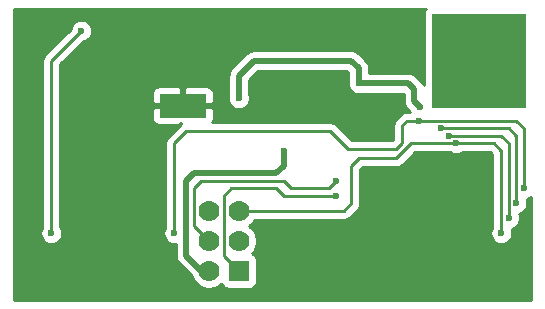
<source format=gbl>
G04 #@! TF.FileFunction,Copper,L2,Bot,Signal*
%FSLAX46Y46*%
G04 Gerber Fmt 4.6, Leading zero omitted, Abs format (unit mm)*
G04 Created by KiCad (PCBNEW 0.201505222246+5678~23~ubuntu14.04.1-product) date dom 24 may 2015 19:31:24 CEST*
%MOMM*%
G01*
G04 APERTURE LIST*
%ADD10C,0.101600*%
%ADD11R,1.778000X1.778000*%
%ADD12C,1.778000*%
%ADD13R,8.001000X8.001000*%
%ADD14R,4.000500X1.998980*%
%ADD15C,0.599440*%
%ADD16C,0.508000*%
%ADD17C,0.254000*%
G04 APERTURE END LIST*
D10*
D11*
X146685000Y-112395000D03*
D12*
X144145000Y-112395000D03*
X146685000Y-109855000D03*
X144145000Y-109855000D03*
X146685000Y-107315000D03*
X144145000Y-107315000D03*
D13*
X167005000Y-94615000D03*
D14*
X141935200Y-98425000D03*
D15*
X162560000Y-111125000D03*
X153670000Y-114300000D03*
X136652000Y-102108000D03*
X156845000Y-100965000D03*
X158115000Y-100965000D03*
X150495000Y-102235000D03*
X162052000Y-98552000D03*
X146685000Y-97790000D03*
X156845000Y-96520000D03*
X154940000Y-106045000D03*
X154940000Y-104775000D03*
X165100000Y-101600000D03*
X168910000Y-109220000D03*
X133350000Y-92075000D03*
X130810000Y-109220000D03*
X169545000Y-107950000D03*
X164465000Y-100965000D03*
X170180000Y-106680000D03*
X163830000Y-100330000D03*
X141224000Y-109220000D03*
X161925000Y-99695000D03*
X170815000Y-105410000D03*
D16*
X144145000Y-112395000D02*
X143510000Y-112395000D01*
X143510000Y-112395000D02*
X142240000Y-111125000D01*
X150495000Y-103505000D02*
X150495000Y-102235000D01*
X149860000Y-104140000D02*
X150495000Y-103505000D01*
X142875000Y-104140000D02*
X149860000Y-104140000D01*
X142240000Y-104775000D02*
X142875000Y-104140000D01*
X142240000Y-111125000D02*
X142240000Y-104775000D01*
X161036000Y-96520000D02*
X156845000Y-96520000D01*
X161544000Y-97028000D02*
X161036000Y-96520000D01*
X161544000Y-98044000D02*
X161544000Y-97028000D01*
X162052000Y-98552000D02*
X161544000Y-98044000D01*
X146685000Y-95885000D02*
X146685000Y-97790000D01*
X147955000Y-94615000D02*
X146685000Y-95885000D01*
X156210000Y-94615000D02*
X147955000Y-94615000D01*
X156845000Y-95250000D02*
X156210000Y-94615000D01*
X156845000Y-96520000D02*
X156845000Y-95250000D01*
D17*
X146685000Y-112395000D02*
X145415000Y-111125000D01*
X150495000Y-106045000D02*
X154940000Y-106045000D01*
X149860000Y-105410000D02*
X150495000Y-106045000D01*
X146050000Y-105410000D02*
X149860000Y-105410000D01*
X145415000Y-106045000D02*
X146050000Y-105410000D01*
X145415000Y-106680000D02*
X145415000Y-106045000D01*
X145415000Y-111125000D02*
X145415000Y-106680000D01*
X144145000Y-109855000D02*
X142875000Y-108585000D01*
X154305000Y-105410000D02*
X154940000Y-104775000D01*
X151130000Y-105410000D02*
X154305000Y-105410000D01*
X150495000Y-104775000D02*
X151130000Y-105410000D01*
X143510000Y-104775000D02*
X150495000Y-104775000D01*
X142875000Y-105410000D02*
X143510000Y-104775000D01*
X142875000Y-108585000D02*
X142875000Y-105410000D01*
X146685000Y-107315000D02*
X155575000Y-107315000D01*
X161290000Y-101600000D02*
X165100000Y-101600000D01*
X160020000Y-102870000D02*
X161290000Y-101600000D01*
X156845000Y-102870000D02*
X160020000Y-102870000D01*
X156210000Y-103505000D02*
X156845000Y-102870000D01*
X156210000Y-106680000D02*
X156210000Y-103505000D01*
X155575000Y-107315000D02*
X156210000Y-106680000D01*
X146685000Y-107315000D02*
X147320000Y-107315000D01*
X165100000Y-101600000D02*
X168275000Y-101600000D01*
X168275000Y-101600000D02*
X168910000Y-102235000D01*
X168910000Y-102235000D02*
X168910000Y-109220000D01*
X130810000Y-94615000D02*
X133350000Y-92075000D01*
X130810000Y-95885000D02*
X130810000Y-94615000D01*
X130810000Y-109220000D02*
X130810000Y-95885000D01*
X169545000Y-101600000D02*
X169545000Y-107950000D01*
X168910000Y-100965000D02*
X169545000Y-101600000D01*
X164465000Y-100965000D02*
X168910000Y-100965000D01*
X170180000Y-100965000D02*
X170180000Y-106680000D01*
X169545000Y-100330000D02*
X170180000Y-100965000D01*
X163830000Y-100330000D02*
X169545000Y-100330000D01*
X160909000Y-99695000D02*
X161925000Y-99695000D01*
X160528000Y-100076000D02*
X160909000Y-99695000D01*
X160528000Y-101600000D02*
X160528000Y-100076000D01*
X160020000Y-102108000D02*
X160528000Y-101600000D01*
X155956000Y-102108000D02*
X160020000Y-102108000D01*
X154432000Y-100584000D02*
X155956000Y-102108000D01*
X142240000Y-100584000D02*
X154432000Y-100584000D01*
X141224000Y-101600000D02*
X142240000Y-100584000D01*
X141224000Y-109220000D02*
X141224000Y-101600000D01*
X170180000Y-99695000D02*
X161925000Y-99695000D01*
X170815000Y-100330000D02*
X170180000Y-99695000D01*
X170815000Y-105410000D02*
X170815000Y-100330000D01*
X144130857Y-107121252D02*
X144130857Y-107121252D01*
X144159142Y-107121252D02*
X144159142Y-107121252D01*
X143955943Y-107324452D02*
X144334057Y-107324452D01*
X127685000Y-90220000D02*
X162510691Y-90220000D01*
X127685000Y-90423200D02*
X162397836Y-90423200D01*
X127685000Y-90626400D02*
X162366428Y-90626400D01*
X127685000Y-90829600D02*
X162366428Y-90829600D01*
X127685000Y-91032800D02*
X162366428Y-91032800D01*
X127685000Y-91236000D02*
X132931284Y-91236000D01*
X133766286Y-91236000D02*
X162366428Y-91236000D01*
X127685000Y-91439200D02*
X132663242Y-91439200D01*
X134035983Y-91439200D02*
X162366428Y-91439200D01*
X127685000Y-91642400D02*
X132518412Y-91642400D01*
X134182742Y-91642400D02*
X162366428Y-91642400D01*
X127685000Y-91845600D02*
X132443116Y-91845600D01*
X134257486Y-91845600D02*
X162366428Y-91845600D01*
X127685000Y-92048800D02*
X132298568Y-92048800D01*
X134283847Y-92048800D02*
X134284760Y-92048800D01*
X134284760Y-92048800D02*
X162366428Y-92048800D01*
X127685000Y-92252000D02*
X132095368Y-92252000D01*
X134268369Y-92252000D02*
X134284760Y-92252000D01*
X134284760Y-92252000D02*
X162366428Y-92252000D01*
X127685000Y-92455200D02*
X131892168Y-92455200D01*
X134203947Y-92455200D02*
X134284760Y-92455200D01*
X134284760Y-92455200D02*
X162366428Y-92455200D01*
X127685000Y-92658400D02*
X131688968Y-92658400D01*
X134082392Y-92658400D02*
X134284760Y-92658400D01*
X134284760Y-92658400D02*
X162366428Y-92658400D01*
X127685000Y-92861600D02*
X131485768Y-92861600D01*
X133855038Y-92861600D02*
X134284760Y-92861600D01*
X134284760Y-92861600D02*
X162366428Y-92861600D01*
X127685000Y-93064800D02*
X131282569Y-93064800D01*
X133437830Y-93064800D02*
X134284760Y-93064800D01*
X134284760Y-93064800D02*
X162366428Y-93064800D01*
X127685000Y-93268000D02*
X131079369Y-93268000D01*
X133234630Y-93268000D02*
X134284760Y-93268000D01*
X134284760Y-93268000D02*
X162366428Y-93268000D01*
X127685000Y-93471200D02*
X130876169Y-93471200D01*
X133031430Y-93471200D02*
X134284760Y-93471200D01*
X134284760Y-93471200D02*
X162366428Y-93471200D01*
X127685000Y-93674400D02*
X130672969Y-93674400D01*
X132828230Y-93674400D02*
X134284760Y-93674400D01*
X134284760Y-93674400D02*
X162366428Y-93674400D01*
X127685000Y-93877600D02*
X130469769Y-93877600D01*
X132625030Y-93877600D02*
X134284760Y-93877600D01*
X134284760Y-93877600D02*
X147459274Y-93877600D01*
X156706184Y-93877600D02*
X162366428Y-93877600D01*
X127685000Y-94080800D02*
X130267394Y-94080800D01*
X132421830Y-94080800D02*
X134284760Y-94080800D01*
X134284760Y-94080800D02*
X147231964Y-94080800D01*
X156933036Y-94080800D02*
X162366428Y-94080800D01*
X127685000Y-94284000D02*
X130126560Y-94284000D01*
X132218630Y-94284000D02*
X134284760Y-94284000D01*
X134284760Y-94284000D02*
X147028764Y-94284000D01*
X157136236Y-94284000D02*
X162366428Y-94284000D01*
X127685000Y-94487200D02*
X130060716Y-94487200D01*
X132015430Y-94487200D02*
X134284760Y-94487200D01*
X134284760Y-94487200D02*
X146825564Y-94487200D01*
X157339436Y-94487200D02*
X162366428Y-94487200D01*
X127685000Y-94690400D02*
X130048000Y-94690400D01*
X131812230Y-94690400D02*
X134284760Y-94690400D01*
X134284760Y-94690400D02*
X146622364Y-94690400D01*
X157530374Y-94690400D02*
X162366428Y-94690400D01*
X127685000Y-94893600D02*
X130048000Y-94893600D01*
X131609030Y-94893600D02*
X134284760Y-94893600D01*
X134284760Y-94893600D02*
X146419164Y-94893600D01*
X157657548Y-94893600D02*
X162366428Y-94893600D01*
X127685000Y-95096800D02*
X130048000Y-95096800D01*
X131572000Y-95096800D02*
X134284760Y-95096800D01*
X134284760Y-95096800D02*
X146215964Y-95096800D01*
X157719733Y-95096800D02*
X162366428Y-95096800D01*
X127685000Y-95300000D02*
X130048000Y-95300000D01*
X131572000Y-95300000D02*
X134284760Y-95300000D01*
X134284760Y-95300000D02*
X146020553Y-95300000D01*
X157734000Y-95300000D02*
X162366428Y-95300000D01*
X127685000Y-95503200D02*
X130048000Y-95503200D01*
X131572000Y-95503200D02*
X134284760Y-95503200D01*
X134284760Y-95503200D02*
X145885253Y-95503200D01*
X157734000Y-95503200D02*
X162366428Y-95503200D01*
X127685000Y-95706400D02*
X130048000Y-95706400D01*
X131572000Y-95706400D02*
X134284760Y-95706400D01*
X134284760Y-95706400D02*
X145814420Y-95706400D01*
X148120836Y-95706400D02*
X155956000Y-95706400D01*
X161392600Y-95706400D02*
X162366428Y-95706400D01*
X127685000Y-95909600D02*
X130048000Y-95909600D01*
X131572000Y-95909600D02*
X134284760Y-95909600D01*
X134284760Y-95909600D02*
X145796000Y-95909600D01*
X147917636Y-95909600D02*
X155956000Y-95909600D01*
X161682836Y-95909600D02*
X162366428Y-95909600D01*
X127685000Y-96112800D02*
X130048000Y-96112800D01*
X131572000Y-96112800D02*
X134284760Y-96112800D01*
X134284760Y-96112800D02*
X145796000Y-96112800D01*
X147714436Y-96112800D02*
X155956000Y-96112800D01*
X161886036Y-96112800D02*
X162366428Y-96112800D01*
X127685000Y-96316000D02*
X130048000Y-96316000D01*
X131572000Y-96316000D02*
X134284760Y-96316000D01*
X134284760Y-96316000D02*
X145796000Y-96316000D01*
X147574000Y-96316000D02*
X155932717Y-96316000D01*
X162089236Y-96316000D02*
X162366428Y-96316000D01*
X127685000Y-96519200D02*
X130048000Y-96519200D01*
X131572000Y-96519200D02*
X134284760Y-96519200D01*
X134284760Y-96519200D02*
X145796000Y-96519200D01*
X147574000Y-96519200D02*
X155910159Y-96519200D01*
X162270736Y-96519200D02*
X162366428Y-96519200D01*
X127685000Y-96722400D02*
X130048000Y-96722400D01*
X131572000Y-96722400D02*
X134284760Y-96722400D01*
X134284760Y-96722400D02*
X145796000Y-96722400D01*
X147574000Y-96722400D02*
X155931774Y-96722400D01*
X127685000Y-96925600D02*
X130048000Y-96925600D01*
X131572000Y-96925600D02*
X134284760Y-96925600D01*
X134284760Y-96925600D02*
X139540147Y-96925600D01*
X141784540Y-96925600D02*
X142085860Y-96925600D01*
X144330252Y-96925600D02*
X145796000Y-96925600D01*
X147574000Y-96925600D02*
X156000229Y-96925600D01*
X127685000Y-97128800D02*
X130048000Y-97128800D01*
X131572000Y-97128800D02*
X134284760Y-97128800D01*
X134284760Y-97128800D02*
X139370532Y-97128800D01*
X141808200Y-97128800D02*
X142062200Y-97128800D01*
X144499867Y-97128800D02*
X145796000Y-97128800D01*
X147574000Y-97128800D02*
X156133441Y-97128800D01*
X127685000Y-97332000D02*
X130048000Y-97332000D01*
X131572000Y-97332000D02*
X134284760Y-97332000D01*
X134284760Y-97332000D02*
X139306109Y-97332000D01*
X141808200Y-97332000D02*
X142062200Y-97332000D01*
X144564290Y-97332000D02*
X145796000Y-97332000D01*
X147574000Y-97332000D02*
X156375435Y-97332000D01*
X127685000Y-97535200D02*
X130048000Y-97535200D01*
X131572000Y-97535200D02*
X134284760Y-97535200D01*
X134284760Y-97535200D02*
X139299950Y-97535200D01*
X141808200Y-97535200D02*
X142062200Y-97535200D01*
X144570450Y-97535200D02*
X145783515Y-97535200D01*
X147587456Y-97535200D02*
X160655000Y-97535200D01*
X127685000Y-97738400D02*
X130048000Y-97738400D01*
X131572000Y-97738400D02*
X134284760Y-97738400D01*
X134284760Y-97738400D02*
X139299950Y-97738400D01*
X141808200Y-97738400D02*
X142062200Y-97738400D01*
X144570450Y-97738400D02*
X145750868Y-97738400D01*
X147619201Y-97738400D02*
X160655000Y-97738400D01*
X127685000Y-97941600D02*
X130048000Y-97941600D01*
X131572000Y-97941600D02*
X134284760Y-97941600D01*
X134284760Y-97941600D02*
X139299950Y-97941600D01*
X141808200Y-97941600D02*
X142062200Y-97941600D01*
X144570450Y-97941600D02*
X145762451Y-97941600D01*
X147609140Y-97941600D02*
X160655000Y-97941600D01*
X127685000Y-98144800D02*
X130048000Y-98144800D01*
X131572000Y-98144800D02*
X134284760Y-98144800D01*
X134284760Y-98144800D02*
X139305500Y-98144800D01*
X141808200Y-98144800D02*
X142062200Y-98144800D01*
X144564900Y-98144800D02*
X144570450Y-98144800D01*
X144570450Y-98144800D02*
X145820116Y-98144800D01*
X147550256Y-98144800D02*
X160664682Y-98144800D01*
X127685000Y-98348000D02*
X130048000Y-98348000D01*
X131572000Y-98348000D02*
X134284760Y-98348000D01*
X134284760Y-98348000D02*
X141808200Y-98348000D01*
X141808200Y-98348000D02*
X144570450Y-98348000D01*
X144570450Y-98348000D02*
X145932547Y-98348000D01*
X147435309Y-98348000D02*
X160710981Y-98348000D01*
X127685000Y-98551200D02*
X130048000Y-98551200D01*
X131572000Y-98551200D02*
X134284760Y-98551200D01*
X134284760Y-98551200D02*
X141808200Y-98551200D01*
X141808200Y-98551200D02*
X144570450Y-98551200D01*
X144570450Y-98551200D02*
X146142343Y-98551200D01*
X147230062Y-98551200D02*
X160815959Y-98551200D01*
X127685000Y-98754400D02*
X130048000Y-98754400D01*
X131572000Y-98754400D02*
X134284760Y-98754400D01*
X134284760Y-98754400D02*
X139299950Y-98754400D01*
X144570450Y-98754400D02*
X160997164Y-98754400D01*
X127685000Y-98957600D02*
X130048000Y-98957600D01*
X131572000Y-98957600D02*
X134284760Y-98957600D01*
X134284760Y-98957600D02*
X139299950Y-98957600D01*
X144570450Y-98957600D02*
X160727578Y-98957600D01*
X127685000Y-99160800D02*
X130048000Y-99160800D01*
X131572000Y-99160800D02*
X134284760Y-99160800D01*
X134284760Y-99160800D02*
X139299950Y-99160800D01*
X144570450Y-99160800D02*
X160365569Y-99160800D01*
X127685000Y-99364000D02*
X130048000Y-99364000D01*
X131572000Y-99364000D02*
X134284760Y-99364000D01*
X134284760Y-99364000D02*
X139299950Y-99364000D01*
X144570450Y-99364000D02*
X160162369Y-99364000D01*
X127685000Y-99567200D02*
X130048000Y-99567200D01*
X131572000Y-99567200D02*
X134284760Y-99567200D01*
X134284760Y-99567200D02*
X139315897Y-99567200D01*
X144554504Y-99567200D02*
X159964529Y-99567200D01*
X127685000Y-99770400D02*
X130048000Y-99770400D01*
X131572000Y-99770400D02*
X134284760Y-99770400D01*
X134284760Y-99770400D02*
X139402372Y-99770400D01*
X144468029Y-99770400D02*
X159830596Y-99770400D01*
X127685000Y-99973600D02*
X130048000Y-99973600D01*
X131572000Y-99973600D02*
X134284760Y-99973600D01*
X134284760Y-99973600D02*
X139613782Y-99973600D01*
X141735340Y-99973600D02*
X141788536Y-99973600D01*
X154884357Y-99973600D02*
X159776135Y-99973600D01*
X127685000Y-100176800D02*
X130048000Y-100176800D01*
X131572000Y-100176800D02*
X134284760Y-100176800D01*
X134284760Y-100176800D02*
X141569570Y-100176800D01*
X155102430Y-100176800D02*
X159766000Y-100176800D01*
X127685000Y-100380000D02*
X130048000Y-100380000D01*
X131572000Y-100380000D02*
X134284760Y-100380000D01*
X134284760Y-100380000D02*
X141366370Y-100380000D01*
X155305630Y-100380000D02*
X159766000Y-100380000D01*
X127685000Y-100583200D02*
X130048000Y-100583200D01*
X131572000Y-100583200D02*
X134284760Y-100583200D01*
X134284760Y-100583200D02*
X141163170Y-100583200D01*
X155508830Y-100583200D02*
X159766000Y-100583200D01*
X127685000Y-100786400D02*
X130048000Y-100786400D01*
X131572000Y-100786400D02*
X134284760Y-100786400D01*
X134284760Y-100786400D02*
X140959970Y-100786400D01*
X155712030Y-100786400D02*
X159766000Y-100786400D01*
X127685000Y-100989600D02*
X130048000Y-100989600D01*
X131572000Y-100989600D02*
X134284760Y-100989600D01*
X134284760Y-100989600D02*
X140756770Y-100989600D01*
X155915230Y-100989600D02*
X159766000Y-100989600D01*
X127685000Y-101192800D02*
X130048000Y-101192800D01*
X131572000Y-101192800D02*
X134284760Y-101192800D01*
X134284760Y-101192800D02*
X140581836Y-101192800D01*
X156118430Y-101192800D02*
X159766000Y-101192800D01*
X127685000Y-101396000D02*
X130048000Y-101396000D01*
X131572000Y-101396000D02*
X134284760Y-101396000D01*
X134284760Y-101396000D02*
X140493107Y-101396000D01*
X127685000Y-101599200D02*
X130048000Y-101599200D01*
X131572000Y-101599200D02*
X134284760Y-101599200D01*
X134284760Y-101599200D02*
X140462005Y-101599200D01*
X127685000Y-101802400D02*
X130048000Y-101802400D01*
X131572000Y-101802400D02*
X134284760Y-101802400D01*
X134284760Y-101802400D02*
X140462000Y-101802400D01*
X127685000Y-102005600D02*
X130048000Y-102005600D01*
X131572000Y-102005600D02*
X134284760Y-102005600D01*
X134284760Y-102005600D02*
X140462000Y-102005600D01*
X127685000Y-102208800D02*
X130048000Y-102208800D01*
X131572000Y-102208800D02*
X134284760Y-102208800D01*
X134284760Y-102208800D02*
X140462000Y-102208800D01*
X127685000Y-102412000D02*
X130048000Y-102412000D01*
X131572000Y-102412000D02*
X134284760Y-102412000D01*
X134284760Y-102412000D02*
X140462000Y-102412000D01*
X161555630Y-102412000D02*
X164630435Y-102412000D01*
X165565013Y-102412000D02*
X168009370Y-102412000D01*
X127685000Y-102615200D02*
X130048000Y-102615200D01*
X131572000Y-102615200D02*
X134284760Y-102615200D01*
X134284760Y-102615200D02*
X140462000Y-102615200D01*
X161352430Y-102615200D02*
X168148000Y-102615200D01*
X127685000Y-102818400D02*
X130048000Y-102818400D01*
X131572000Y-102818400D02*
X134284760Y-102818400D01*
X134284760Y-102818400D02*
X140462000Y-102818400D01*
X161149230Y-102818400D02*
X168148000Y-102818400D01*
X127685000Y-103021600D02*
X130048000Y-103021600D01*
X131572000Y-103021600D02*
X134284760Y-103021600D01*
X134284760Y-103021600D02*
X140462000Y-103021600D01*
X160946030Y-103021600D02*
X168148000Y-103021600D01*
X127685000Y-103224800D02*
X130048000Y-103224800D01*
X131572000Y-103224800D02*
X134284760Y-103224800D01*
X134284760Y-103224800D02*
X140462000Y-103224800D01*
X160742830Y-103224800D02*
X168148000Y-103224800D01*
X127685000Y-103428000D02*
X130048000Y-103428000D01*
X131572000Y-103428000D02*
X134284760Y-103428000D01*
X134284760Y-103428000D02*
X140462000Y-103428000D01*
X160536566Y-103428000D02*
X168148000Y-103428000D01*
X127685000Y-103631200D02*
X130048000Y-103631200D01*
X131572000Y-103631200D02*
X134284760Y-103631200D01*
X134284760Y-103631200D02*
X140462000Y-103631200D01*
X160028159Y-103631200D02*
X168148000Y-103631200D01*
X127685000Y-103834400D02*
X130048000Y-103834400D01*
X131572000Y-103834400D02*
X134284760Y-103834400D01*
X134284760Y-103834400D02*
X140462000Y-103834400D01*
X156972000Y-103834400D02*
X168148000Y-103834400D01*
X127685000Y-104037600D02*
X130048000Y-104037600D01*
X131572000Y-104037600D02*
X134284760Y-104037600D01*
X134284760Y-104037600D02*
X140462000Y-104037600D01*
X156972000Y-104037600D02*
X168148000Y-104037600D01*
X127685000Y-104240800D02*
X130048000Y-104240800D01*
X131572000Y-104240800D02*
X134284760Y-104240800D01*
X134284760Y-104240800D02*
X140462000Y-104240800D01*
X156972000Y-104240800D02*
X168148000Y-104240800D01*
X127685000Y-104444000D02*
X130048000Y-104444000D01*
X131572000Y-104444000D02*
X134284760Y-104444000D01*
X134284760Y-104444000D02*
X140462000Y-104444000D01*
X156972000Y-104444000D02*
X168148000Y-104444000D01*
X127685000Y-104647200D02*
X130048000Y-104647200D01*
X131572000Y-104647200D02*
X134284760Y-104647200D01*
X134284760Y-104647200D02*
X140462000Y-104647200D01*
X156972000Y-104647200D02*
X168148000Y-104647200D01*
X127685000Y-104850400D02*
X130048000Y-104850400D01*
X131572000Y-104850400D02*
X134284760Y-104850400D01*
X134284760Y-104850400D02*
X140462000Y-104850400D01*
X156972000Y-104850400D02*
X168148000Y-104850400D01*
X127685000Y-105053600D02*
X130048000Y-105053600D01*
X131572000Y-105053600D02*
X134284760Y-105053600D01*
X134284760Y-105053600D02*
X140462000Y-105053600D01*
X156972000Y-105053600D02*
X168148000Y-105053600D01*
X127685000Y-105256800D02*
X130048000Y-105256800D01*
X131572000Y-105256800D02*
X134284760Y-105256800D01*
X134284760Y-105256800D02*
X140462000Y-105256800D01*
X156972000Y-105256800D02*
X168148000Y-105256800D01*
X127685000Y-105460000D02*
X130048000Y-105460000D01*
X131572000Y-105460000D02*
X134284760Y-105460000D01*
X134284760Y-105460000D02*
X140462000Y-105460000D01*
X156972000Y-105460000D02*
X168148000Y-105460000D01*
X127685000Y-105663200D02*
X130048000Y-105663200D01*
X131572000Y-105663200D02*
X134284760Y-105663200D01*
X134284760Y-105663200D02*
X140462000Y-105663200D01*
X156972000Y-105663200D02*
X168148000Y-105663200D01*
X127685000Y-105866400D02*
X130048000Y-105866400D01*
X131572000Y-105866400D02*
X134284760Y-105866400D01*
X134284760Y-105866400D02*
X140462000Y-105866400D01*
X156972000Y-105866400D02*
X168148000Y-105866400D01*
X127685000Y-106069600D02*
X130048000Y-106069600D01*
X131572000Y-106069600D02*
X134284760Y-106069600D01*
X134284760Y-106069600D02*
X140462000Y-106069600D01*
X156972000Y-106069600D02*
X168148000Y-106069600D01*
X127685000Y-106272800D02*
X130048000Y-106272800D01*
X131572000Y-106272800D02*
X134284760Y-106272800D01*
X134284760Y-106272800D02*
X140462000Y-106272800D01*
X156972000Y-106272800D02*
X168148000Y-106272800D01*
X171175462Y-106272800D02*
X171400000Y-106272800D01*
X127685000Y-106476000D02*
X130048000Y-106476000D01*
X131572000Y-106476000D02*
X134284760Y-106476000D01*
X134284760Y-106476000D02*
X140462000Y-106476000D01*
X156972000Y-106476000D02*
X168148000Y-106476000D01*
X171092515Y-106476000D02*
X171400000Y-106476000D01*
X127685000Y-106679200D02*
X130048000Y-106679200D01*
X131572000Y-106679200D02*
X134284760Y-106679200D01*
X134284760Y-106679200D02*
X140462000Y-106679200D01*
X156972000Y-106679200D02*
X168148000Y-106679200D01*
X171113492Y-106679200D02*
X171400000Y-106679200D01*
X127685000Y-106882400D02*
X130048000Y-106882400D01*
X131572000Y-106882400D02*
X134284760Y-106882400D01*
X134284760Y-106882400D02*
X140462000Y-106882400D01*
X156941400Y-106882400D02*
X168148000Y-106882400D01*
X171092598Y-106882400D02*
X171400000Y-106882400D01*
X127685000Y-107085600D02*
X130048000Y-107085600D01*
X131572000Y-107085600D02*
X134284760Y-107085600D01*
X134284760Y-107085600D02*
X140462000Y-107085600D01*
X156853022Y-107085600D02*
X168148000Y-107085600D01*
X171022638Y-107085600D02*
X171400000Y-107085600D01*
X127685000Y-107288800D02*
X130048000Y-107288800D01*
X131572000Y-107288800D02*
X134284760Y-107288800D01*
X134284760Y-107288800D02*
X140462000Y-107288800D01*
X156678831Y-107288800D02*
X168148000Y-107288800D01*
X170894474Y-107288800D02*
X171400000Y-107288800D01*
X127685000Y-107492000D02*
X130048000Y-107492000D01*
X131572000Y-107492000D02*
X134284760Y-107492000D01*
X134284760Y-107492000D02*
X140462000Y-107492000D01*
X156475631Y-107492000D02*
X168148000Y-107492000D01*
X170645013Y-107492000D02*
X171400000Y-107492000D01*
X127685000Y-107695200D02*
X130048000Y-107695200D01*
X131572000Y-107695200D02*
X134284760Y-107695200D01*
X134284760Y-107695200D02*
X140462000Y-107695200D01*
X156272431Y-107695200D02*
X168148000Y-107695200D01*
X170447456Y-107695200D02*
X171400000Y-107695200D01*
X127685000Y-107898400D02*
X130048000Y-107898400D01*
X131572000Y-107898400D02*
X134284760Y-107898400D01*
X134284760Y-107898400D02*
X140462000Y-107898400D01*
X156059748Y-107898400D02*
X168148000Y-107898400D01*
X170479201Y-107898400D02*
X171400000Y-107898400D01*
X127685000Y-108101600D02*
X130048000Y-108101600D01*
X131572000Y-108101600D02*
X134284760Y-108101600D01*
X134284760Y-108101600D02*
X140462000Y-108101600D01*
X147995225Y-108101600D02*
X168148000Y-108101600D01*
X170469140Y-108101600D02*
X171400000Y-108101600D01*
X127685000Y-108304800D02*
X130048000Y-108304800D01*
X131572000Y-108304800D02*
X134284760Y-108304800D01*
X134284760Y-108304800D02*
X140462000Y-108304800D01*
X147851884Y-108304800D02*
X168148000Y-108304800D01*
X170410256Y-108304800D02*
X171400000Y-108304800D01*
X127685000Y-108508000D02*
X130048000Y-108508000D01*
X131572000Y-108508000D02*
X134284760Y-108508000D01*
X134284760Y-108508000D02*
X140462000Y-108508000D01*
X147642236Y-108508000D02*
X168148000Y-108508000D01*
X170295309Y-108508000D02*
X171400000Y-108508000D01*
X127685000Y-108711200D02*
X130025495Y-108711200D01*
X131594221Y-108711200D02*
X134284760Y-108711200D01*
X134284760Y-108711200D02*
X140439495Y-108711200D01*
X147697027Y-108711200D02*
X168125495Y-108711200D01*
X170090062Y-108711200D02*
X171400000Y-108711200D01*
X127685000Y-108914400D02*
X129923980Y-108914400D01*
X131695088Y-108914400D02*
X134284760Y-108914400D01*
X134284760Y-108914400D02*
X140337980Y-108914400D01*
X147889850Y-108914400D02*
X168023980Y-108914400D01*
X169795088Y-108914400D02*
X171400000Y-108914400D01*
X127685000Y-109117600D02*
X129876577Y-109117600D01*
X131742632Y-109117600D02*
X134284760Y-109117600D01*
X134284760Y-109117600D02*
X140290577Y-109117600D01*
X148024856Y-109117600D02*
X167976577Y-109117600D01*
X169842632Y-109117600D02*
X171400000Y-109117600D01*
X127685000Y-109320800D02*
X129878127Y-109320800D01*
X131742074Y-109320800D02*
X134284760Y-109320800D01*
X134284760Y-109320800D02*
X140292127Y-109320800D01*
X148113265Y-109320800D02*
X167978127Y-109320800D01*
X169842074Y-109320800D02*
X171400000Y-109320800D01*
X127685000Y-109524000D02*
X129925003Y-109524000D01*
X131697873Y-109524000D02*
X134284760Y-109524000D01*
X134284760Y-109524000D02*
X140339003Y-109524000D01*
X148173114Y-109524000D02*
X168025003Y-109524000D01*
X169797873Y-109524000D02*
X171400000Y-109524000D01*
X127685000Y-109727200D02*
X130024809Y-109727200D01*
X131596145Y-109727200D02*
X134284760Y-109727200D01*
X134284760Y-109727200D02*
X140438809Y-109727200D01*
X148208763Y-109727200D02*
X168124809Y-109727200D01*
X169696145Y-109727200D02*
X171400000Y-109727200D01*
X127685000Y-109930400D02*
X130196556Y-109930400D01*
X131419480Y-109930400D02*
X134284760Y-109930400D01*
X134284760Y-109930400D02*
X140610556Y-109930400D01*
X148205926Y-109930400D02*
X168296556Y-109930400D01*
X169519480Y-109930400D02*
X171400000Y-109930400D01*
X127685000Y-110133600D02*
X130612210Y-110133600D01*
X131011789Y-110133600D02*
X134284760Y-110133600D01*
X134284760Y-110133600D02*
X141026210Y-110133600D01*
X148184609Y-110133600D02*
X168712210Y-110133600D01*
X169111789Y-110133600D02*
X171400000Y-110133600D01*
X127685000Y-110336800D02*
X134284760Y-110336800D01*
X134284760Y-110336800D02*
X141351000Y-110336800D01*
X148138443Y-110336800D02*
X171400000Y-110336800D01*
X127685000Y-110540000D02*
X134284760Y-110540000D01*
X134284760Y-110540000D02*
X141351000Y-110540000D01*
X148048316Y-110540000D02*
X171400000Y-110540000D01*
X127685000Y-110743200D02*
X134284760Y-110743200D01*
X134284760Y-110743200D02*
X141351000Y-110743200D01*
X147923555Y-110743200D02*
X171400000Y-110743200D01*
X127685000Y-110946400D02*
X134284760Y-110946400D01*
X134284760Y-110946400D02*
X141351000Y-110946400D01*
X147869963Y-110946400D02*
X171400000Y-110946400D01*
X127685000Y-111149600D02*
X134284760Y-111149600D01*
X134284760Y-111149600D02*
X141353413Y-111149600D01*
X148095703Y-111149600D02*
X171400000Y-111149600D01*
X127685000Y-111352800D02*
X134284760Y-111352800D01*
X134284760Y-111352800D02*
X141384575Y-111352800D01*
X148188013Y-111352800D02*
X171400000Y-111352800D01*
X127685000Y-111556000D02*
X134284760Y-111556000D01*
X134284760Y-111556000D02*
X141466855Y-111556000D01*
X148212072Y-111556000D02*
X171400000Y-111556000D01*
X127685000Y-111759200D02*
X134284760Y-111759200D01*
X134284760Y-111759200D02*
X141616964Y-111759200D01*
X148212072Y-111759200D02*
X171400000Y-111759200D01*
X127685000Y-111962400D02*
X134284760Y-111962400D01*
X134284760Y-111962400D02*
X141820164Y-111962400D01*
X148212072Y-111962400D02*
X171400000Y-111962400D01*
X127685000Y-112165600D02*
X134284760Y-112165600D01*
X134284760Y-112165600D02*
X142023364Y-112165600D01*
X148212072Y-112165600D02*
X171400000Y-112165600D01*
X127685000Y-112368800D02*
X134284760Y-112368800D01*
X134284760Y-112368800D02*
X142226564Y-112368800D01*
X148212072Y-112368800D02*
X171400000Y-112368800D01*
X127685000Y-112572000D02*
X134284760Y-112572000D01*
X134284760Y-112572000D02*
X142429764Y-112572000D01*
X148212072Y-112572000D02*
X171400000Y-112572000D01*
X127685000Y-112775200D02*
X134284760Y-112775200D01*
X134284760Y-112775200D02*
X142632964Y-112775200D01*
X148212072Y-112775200D02*
X171400000Y-112775200D01*
X127685000Y-112978400D02*
X134284760Y-112978400D01*
X134284760Y-112978400D02*
X142736811Y-112978400D01*
X148212072Y-112978400D02*
X171400000Y-112978400D01*
X127685000Y-113181600D02*
X134284760Y-113181600D01*
X134284760Y-113181600D02*
X142838789Y-113181600D01*
X148212072Y-113181600D02*
X171400000Y-113181600D01*
X127685000Y-113384800D02*
X134284760Y-113384800D01*
X134284760Y-113384800D02*
X142982139Y-113384800D01*
X148197779Y-113384800D02*
X171400000Y-113384800D01*
X127685000Y-113588000D02*
X134284760Y-113588000D01*
X134284760Y-113588000D02*
X143191047Y-113588000D01*
X145102236Y-113588000D02*
X145239607Y-113588000D01*
X148129987Y-113588000D02*
X171400000Y-113588000D01*
X127685000Y-113791200D02*
X134284760Y-113791200D01*
X134284760Y-113791200D02*
X143533934Y-113791200D01*
X144759879Y-113791200D02*
X145417262Y-113791200D01*
X147952309Y-113791200D02*
X171400000Y-113791200D01*
X127685000Y-113994400D02*
X134284760Y-113994400D01*
X134284760Y-113994400D02*
X171400000Y-113994400D01*
X127685000Y-114197600D02*
X134284760Y-114197600D01*
X134284760Y-114197600D02*
X171400000Y-114197600D01*
X127685000Y-114400800D02*
X134284760Y-114400800D01*
X134284760Y-114400800D02*
X171400000Y-114400800D01*
X127685000Y-114604000D02*
X134284760Y-114604000D01*
X134284760Y-114604000D02*
X171400000Y-114604000D01*
X127685000Y-114807200D02*
X134284760Y-114807200D01*
X134284760Y-114807200D02*
X171400000Y-114807200D01*
X144338747Y-107329142D02*
X144159142Y-107508747D01*
X144145000Y-107494605D01*
X144130857Y-107508747D01*
X143951252Y-107329142D01*
X143965395Y-107315000D01*
X143951252Y-107300857D01*
X144130857Y-107121252D01*
X144145000Y-107135395D01*
X144159142Y-107121252D01*
X144338747Y-107300857D01*
X144324605Y-107315000D01*
X144338747Y-107329142D01*
X144130857Y-107121252D02*
X144130857Y-107121252D01*
X144159142Y-107121252D02*
X144159142Y-107121252D01*
X143955943Y-107324452D02*
X144334057Y-107324452D01*
X127685000Y-90220000D02*
X162510691Y-90220000D01*
X127685000Y-90423200D02*
X162397836Y-90423200D01*
X127685000Y-90626400D02*
X162366428Y-90626400D01*
X127685000Y-90829600D02*
X162366428Y-90829600D01*
X127685000Y-91032800D02*
X162366428Y-91032800D01*
X127685000Y-91236000D02*
X132931284Y-91236000D01*
X133766286Y-91236000D02*
X162366428Y-91236000D01*
X127685000Y-91439200D02*
X132663242Y-91439200D01*
X134035983Y-91439200D02*
X162366428Y-91439200D01*
X127685000Y-91642400D02*
X132518412Y-91642400D01*
X134182742Y-91642400D02*
X162366428Y-91642400D01*
X127685000Y-91845600D02*
X132443116Y-91845600D01*
X134257486Y-91845600D02*
X162366428Y-91845600D01*
X127685000Y-92048800D02*
X132298568Y-92048800D01*
X134283847Y-92048800D02*
X134284760Y-92048800D01*
X134284760Y-92048800D02*
X162366428Y-92048800D01*
X127685000Y-92252000D02*
X132095368Y-92252000D01*
X134268369Y-92252000D02*
X134284760Y-92252000D01*
X134284760Y-92252000D02*
X162366428Y-92252000D01*
X127685000Y-92455200D02*
X131892168Y-92455200D01*
X134203947Y-92455200D02*
X134284760Y-92455200D01*
X134284760Y-92455200D02*
X162366428Y-92455200D01*
X127685000Y-92658400D02*
X131688968Y-92658400D01*
X134082392Y-92658400D02*
X134284760Y-92658400D01*
X134284760Y-92658400D02*
X162366428Y-92658400D01*
X127685000Y-92861600D02*
X131485768Y-92861600D01*
X133855038Y-92861600D02*
X134284760Y-92861600D01*
X134284760Y-92861600D02*
X162366428Y-92861600D01*
X127685000Y-93064800D02*
X131282569Y-93064800D01*
X133437830Y-93064800D02*
X134284760Y-93064800D01*
X134284760Y-93064800D02*
X162366428Y-93064800D01*
X127685000Y-93268000D02*
X131079369Y-93268000D01*
X133234630Y-93268000D02*
X134284760Y-93268000D01*
X134284760Y-93268000D02*
X162366428Y-93268000D01*
X127685000Y-93471200D02*
X130876169Y-93471200D01*
X133031430Y-93471200D02*
X134284760Y-93471200D01*
X134284760Y-93471200D02*
X162366428Y-93471200D01*
X127685000Y-93674400D02*
X130672969Y-93674400D01*
X132828230Y-93674400D02*
X134284760Y-93674400D01*
X134284760Y-93674400D02*
X162366428Y-93674400D01*
X127685000Y-93877600D02*
X130469769Y-93877600D01*
X132625030Y-93877600D02*
X134284760Y-93877600D01*
X134284760Y-93877600D02*
X147459274Y-93877600D01*
X156706184Y-93877600D02*
X162366428Y-93877600D01*
X127685000Y-94080800D02*
X130267394Y-94080800D01*
X132421830Y-94080800D02*
X134284760Y-94080800D01*
X134284760Y-94080800D02*
X147231964Y-94080800D01*
X156933036Y-94080800D02*
X162366428Y-94080800D01*
X127685000Y-94284000D02*
X130126560Y-94284000D01*
X132218630Y-94284000D02*
X134284760Y-94284000D01*
X134284760Y-94284000D02*
X147028764Y-94284000D01*
X157136236Y-94284000D02*
X162366428Y-94284000D01*
X127685000Y-94487200D02*
X130060716Y-94487200D01*
X132015430Y-94487200D02*
X134284760Y-94487200D01*
X134284760Y-94487200D02*
X146825564Y-94487200D01*
X157339436Y-94487200D02*
X162366428Y-94487200D01*
X127685000Y-94690400D02*
X130048000Y-94690400D01*
X131812230Y-94690400D02*
X134284760Y-94690400D01*
X134284760Y-94690400D02*
X146622364Y-94690400D01*
X157530374Y-94690400D02*
X162366428Y-94690400D01*
X127685000Y-94893600D02*
X130048000Y-94893600D01*
X131609030Y-94893600D02*
X134284760Y-94893600D01*
X134284760Y-94893600D02*
X146419164Y-94893600D01*
X157657548Y-94893600D02*
X162366428Y-94893600D01*
X127685000Y-95096800D02*
X130048000Y-95096800D01*
X131572000Y-95096800D02*
X134284760Y-95096800D01*
X134284760Y-95096800D02*
X146215964Y-95096800D01*
X157719733Y-95096800D02*
X162366428Y-95096800D01*
X127685000Y-95300000D02*
X130048000Y-95300000D01*
X131572000Y-95300000D02*
X134284760Y-95300000D01*
X134284760Y-95300000D02*
X146020553Y-95300000D01*
X157734000Y-95300000D02*
X162366428Y-95300000D01*
X127685000Y-95503200D02*
X130048000Y-95503200D01*
X131572000Y-95503200D02*
X134284760Y-95503200D01*
X134284760Y-95503200D02*
X145885253Y-95503200D01*
X157734000Y-95503200D02*
X162366428Y-95503200D01*
X127685000Y-95706400D02*
X130048000Y-95706400D01*
X131572000Y-95706400D02*
X134284760Y-95706400D01*
X134284760Y-95706400D02*
X145814420Y-95706400D01*
X148120836Y-95706400D02*
X155956000Y-95706400D01*
X161392600Y-95706400D02*
X162366428Y-95706400D01*
X127685000Y-95909600D02*
X130048000Y-95909600D01*
X131572000Y-95909600D02*
X134284760Y-95909600D01*
X134284760Y-95909600D02*
X145796000Y-95909600D01*
X147917636Y-95909600D02*
X155956000Y-95909600D01*
X161682836Y-95909600D02*
X162366428Y-95909600D01*
X127685000Y-96112800D02*
X130048000Y-96112800D01*
X131572000Y-96112800D02*
X134284760Y-96112800D01*
X134284760Y-96112800D02*
X145796000Y-96112800D01*
X147714436Y-96112800D02*
X155956000Y-96112800D01*
X161886036Y-96112800D02*
X162366428Y-96112800D01*
X127685000Y-96316000D02*
X130048000Y-96316000D01*
X131572000Y-96316000D02*
X134284760Y-96316000D01*
X134284760Y-96316000D02*
X145796000Y-96316000D01*
X147574000Y-96316000D02*
X155932717Y-96316000D01*
X162089236Y-96316000D02*
X162366428Y-96316000D01*
X127685000Y-96519200D02*
X130048000Y-96519200D01*
X131572000Y-96519200D02*
X134284760Y-96519200D01*
X134284760Y-96519200D02*
X145796000Y-96519200D01*
X147574000Y-96519200D02*
X155910159Y-96519200D01*
X162270736Y-96519200D02*
X162366428Y-96519200D01*
X127685000Y-96722400D02*
X130048000Y-96722400D01*
X131572000Y-96722400D02*
X134284760Y-96722400D01*
X134284760Y-96722400D02*
X145796000Y-96722400D01*
X147574000Y-96722400D02*
X155931774Y-96722400D01*
X127685000Y-96925600D02*
X130048000Y-96925600D01*
X131572000Y-96925600D02*
X134284760Y-96925600D01*
X134284760Y-96925600D02*
X139540147Y-96925600D01*
X141784540Y-96925600D02*
X142085860Y-96925600D01*
X144330252Y-96925600D02*
X145796000Y-96925600D01*
X147574000Y-96925600D02*
X156000229Y-96925600D01*
X127685000Y-97128800D02*
X130048000Y-97128800D01*
X131572000Y-97128800D02*
X134284760Y-97128800D01*
X134284760Y-97128800D02*
X139370532Y-97128800D01*
X141808200Y-97128800D02*
X142062200Y-97128800D01*
X144499867Y-97128800D02*
X145796000Y-97128800D01*
X147574000Y-97128800D02*
X156133441Y-97128800D01*
X127685000Y-97332000D02*
X130048000Y-97332000D01*
X131572000Y-97332000D02*
X134284760Y-97332000D01*
X134284760Y-97332000D02*
X139306109Y-97332000D01*
X141808200Y-97332000D02*
X142062200Y-97332000D01*
X144564290Y-97332000D02*
X145796000Y-97332000D01*
X147574000Y-97332000D02*
X156375435Y-97332000D01*
X127685000Y-97535200D02*
X130048000Y-97535200D01*
X131572000Y-97535200D02*
X134284760Y-97535200D01*
X134284760Y-97535200D02*
X139299950Y-97535200D01*
X141808200Y-97535200D02*
X142062200Y-97535200D01*
X144570450Y-97535200D02*
X145783515Y-97535200D01*
X147587456Y-97535200D02*
X160655000Y-97535200D01*
X127685000Y-97738400D02*
X130048000Y-97738400D01*
X131572000Y-97738400D02*
X134284760Y-97738400D01*
X134284760Y-97738400D02*
X139299950Y-97738400D01*
X141808200Y-97738400D02*
X142062200Y-97738400D01*
X144570450Y-97738400D02*
X145750868Y-97738400D01*
X147619201Y-97738400D02*
X160655000Y-97738400D01*
X127685000Y-97941600D02*
X130048000Y-97941600D01*
X131572000Y-97941600D02*
X134284760Y-97941600D01*
X134284760Y-97941600D02*
X139299950Y-97941600D01*
X141808200Y-97941600D02*
X142062200Y-97941600D01*
X144570450Y-97941600D02*
X145762451Y-97941600D01*
X147609140Y-97941600D02*
X160655000Y-97941600D01*
X127685000Y-98144800D02*
X130048000Y-98144800D01*
X131572000Y-98144800D02*
X134284760Y-98144800D01*
X134284760Y-98144800D02*
X139305500Y-98144800D01*
X141808200Y-98144800D02*
X142062200Y-98144800D01*
X144564900Y-98144800D02*
X144570450Y-98144800D01*
X144570450Y-98144800D02*
X145820116Y-98144800D01*
X147550256Y-98144800D02*
X160664682Y-98144800D01*
X127685000Y-98348000D02*
X130048000Y-98348000D01*
X131572000Y-98348000D02*
X134284760Y-98348000D01*
X134284760Y-98348000D02*
X141808200Y-98348000D01*
X141808200Y-98348000D02*
X144570450Y-98348000D01*
X144570450Y-98348000D02*
X145932547Y-98348000D01*
X147435309Y-98348000D02*
X160710981Y-98348000D01*
X127685000Y-98551200D02*
X130048000Y-98551200D01*
X131572000Y-98551200D02*
X134284760Y-98551200D01*
X134284760Y-98551200D02*
X141808200Y-98551200D01*
X141808200Y-98551200D02*
X144570450Y-98551200D01*
X144570450Y-98551200D02*
X146142343Y-98551200D01*
X147230062Y-98551200D02*
X160815959Y-98551200D01*
X127685000Y-98754400D02*
X130048000Y-98754400D01*
X131572000Y-98754400D02*
X134284760Y-98754400D01*
X134284760Y-98754400D02*
X139299950Y-98754400D01*
X144570450Y-98754400D02*
X160997164Y-98754400D01*
X127685000Y-98957600D02*
X130048000Y-98957600D01*
X131572000Y-98957600D02*
X134284760Y-98957600D01*
X134284760Y-98957600D02*
X139299950Y-98957600D01*
X144570450Y-98957600D02*
X160727578Y-98957600D01*
X127685000Y-99160800D02*
X130048000Y-99160800D01*
X131572000Y-99160800D02*
X134284760Y-99160800D01*
X134284760Y-99160800D02*
X139299950Y-99160800D01*
X144570450Y-99160800D02*
X160365569Y-99160800D01*
X127685000Y-99364000D02*
X130048000Y-99364000D01*
X131572000Y-99364000D02*
X134284760Y-99364000D01*
X134284760Y-99364000D02*
X139299950Y-99364000D01*
X144570450Y-99364000D02*
X160162369Y-99364000D01*
X127685000Y-99567200D02*
X130048000Y-99567200D01*
X131572000Y-99567200D02*
X134284760Y-99567200D01*
X134284760Y-99567200D02*
X139315897Y-99567200D01*
X144554504Y-99567200D02*
X159964529Y-99567200D01*
X127685000Y-99770400D02*
X130048000Y-99770400D01*
X131572000Y-99770400D02*
X134284760Y-99770400D01*
X134284760Y-99770400D02*
X139402372Y-99770400D01*
X144468029Y-99770400D02*
X159830596Y-99770400D01*
X127685000Y-99973600D02*
X130048000Y-99973600D01*
X131572000Y-99973600D02*
X134284760Y-99973600D01*
X134284760Y-99973600D02*
X139613782Y-99973600D01*
X141735340Y-99973600D02*
X141788536Y-99973600D01*
X154884357Y-99973600D02*
X159776135Y-99973600D01*
X127685000Y-100176800D02*
X130048000Y-100176800D01*
X131572000Y-100176800D02*
X134284760Y-100176800D01*
X134284760Y-100176800D02*
X141569570Y-100176800D01*
X155102430Y-100176800D02*
X159766000Y-100176800D01*
X127685000Y-100380000D02*
X130048000Y-100380000D01*
X131572000Y-100380000D02*
X134284760Y-100380000D01*
X134284760Y-100380000D02*
X141366370Y-100380000D01*
X155305630Y-100380000D02*
X159766000Y-100380000D01*
X127685000Y-100583200D02*
X130048000Y-100583200D01*
X131572000Y-100583200D02*
X134284760Y-100583200D01*
X134284760Y-100583200D02*
X141163170Y-100583200D01*
X155508830Y-100583200D02*
X159766000Y-100583200D01*
X127685000Y-100786400D02*
X130048000Y-100786400D01*
X131572000Y-100786400D02*
X134284760Y-100786400D01*
X134284760Y-100786400D02*
X140959970Y-100786400D01*
X155712030Y-100786400D02*
X159766000Y-100786400D01*
X127685000Y-100989600D02*
X130048000Y-100989600D01*
X131572000Y-100989600D02*
X134284760Y-100989600D01*
X134284760Y-100989600D02*
X140756770Y-100989600D01*
X155915230Y-100989600D02*
X159766000Y-100989600D01*
X127685000Y-101192800D02*
X130048000Y-101192800D01*
X131572000Y-101192800D02*
X134284760Y-101192800D01*
X134284760Y-101192800D02*
X140581836Y-101192800D01*
X156118430Y-101192800D02*
X159766000Y-101192800D01*
X127685000Y-101396000D02*
X130048000Y-101396000D01*
X131572000Y-101396000D02*
X134284760Y-101396000D01*
X134284760Y-101396000D02*
X140493107Y-101396000D01*
X127685000Y-101599200D02*
X130048000Y-101599200D01*
X131572000Y-101599200D02*
X134284760Y-101599200D01*
X134284760Y-101599200D02*
X140462005Y-101599200D01*
X127685000Y-101802400D02*
X130048000Y-101802400D01*
X131572000Y-101802400D02*
X134284760Y-101802400D01*
X134284760Y-101802400D02*
X140462000Y-101802400D01*
X127685000Y-102005600D02*
X130048000Y-102005600D01*
X131572000Y-102005600D02*
X134284760Y-102005600D01*
X134284760Y-102005600D02*
X140462000Y-102005600D01*
X127685000Y-102208800D02*
X130048000Y-102208800D01*
X131572000Y-102208800D02*
X134284760Y-102208800D01*
X134284760Y-102208800D02*
X140462000Y-102208800D01*
X127685000Y-102412000D02*
X130048000Y-102412000D01*
X131572000Y-102412000D02*
X134284760Y-102412000D01*
X134284760Y-102412000D02*
X140462000Y-102412000D01*
X161555630Y-102412000D02*
X164630435Y-102412000D01*
X165565013Y-102412000D02*
X168009370Y-102412000D01*
X127685000Y-102615200D02*
X130048000Y-102615200D01*
X131572000Y-102615200D02*
X134284760Y-102615200D01*
X134284760Y-102615200D02*
X140462000Y-102615200D01*
X161352430Y-102615200D02*
X168148000Y-102615200D01*
X127685000Y-102818400D02*
X130048000Y-102818400D01*
X131572000Y-102818400D02*
X134284760Y-102818400D01*
X134284760Y-102818400D02*
X140462000Y-102818400D01*
X161149230Y-102818400D02*
X168148000Y-102818400D01*
X127685000Y-103021600D02*
X130048000Y-103021600D01*
X131572000Y-103021600D02*
X134284760Y-103021600D01*
X134284760Y-103021600D02*
X140462000Y-103021600D01*
X160946030Y-103021600D02*
X168148000Y-103021600D01*
X127685000Y-103224800D02*
X130048000Y-103224800D01*
X131572000Y-103224800D02*
X134284760Y-103224800D01*
X134284760Y-103224800D02*
X140462000Y-103224800D01*
X160742830Y-103224800D02*
X168148000Y-103224800D01*
X127685000Y-103428000D02*
X130048000Y-103428000D01*
X131572000Y-103428000D02*
X134284760Y-103428000D01*
X134284760Y-103428000D02*
X140462000Y-103428000D01*
X160536566Y-103428000D02*
X168148000Y-103428000D01*
X127685000Y-103631200D02*
X130048000Y-103631200D01*
X131572000Y-103631200D02*
X134284760Y-103631200D01*
X134284760Y-103631200D02*
X140462000Y-103631200D01*
X160028159Y-103631200D02*
X168148000Y-103631200D01*
X127685000Y-103834400D02*
X130048000Y-103834400D01*
X131572000Y-103834400D02*
X134284760Y-103834400D01*
X134284760Y-103834400D02*
X140462000Y-103834400D01*
X156972000Y-103834400D02*
X168148000Y-103834400D01*
X127685000Y-104037600D02*
X130048000Y-104037600D01*
X131572000Y-104037600D02*
X134284760Y-104037600D01*
X134284760Y-104037600D02*
X140462000Y-104037600D01*
X156972000Y-104037600D02*
X168148000Y-104037600D01*
X127685000Y-104240800D02*
X130048000Y-104240800D01*
X131572000Y-104240800D02*
X134284760Y-104240800D01*
X134284760Y-104240800D02*
X140462000Y-104240800D01*
X156972000Y-104240800D02*
X168148000Y-104240800D01*
X127685000Y-104444000D02*
X130048000Y-104444000D01*
X131572000Y-104444000D02*
X134284760Y-104444000D01*
X134284760Y-104444000D02*
X140462000Y-104444000D01*
X156972000Y-104444000D02*
X168148000Y-104444000D01*
X127685000Y-104647200D02*
X130048000Y-104647200D01*
X131572000Y-104647200D02*
X134284760Y-104647200D01*
X134284760Y-104647200D02*
X140462000Y-104647200D01*
X156972000Y-104647200D02*
X168148000Y-104647200D01*
X127685000Y-104850400D02*
X130048000Y-104850400D01*
X131572000Y-104850400D02*
X134284760Y-104850400D01*
X134284760Y-104850400D02*
X140462000Y-104850400D01*
X156972000Y-104850400D02*
X168148000Y-104850400D01*
X127685000Y-105053600D02*
X130048000Y-105053600D01*
X131572000Y-105053600D02*
X134284760Y-105053600D01*
X134284760Y-105053600D02*
X140462000Y-105053600D01*
X156972000Y-105053600D02*
X168148000Y-105053600D01*
X127685000Y-105256800D02*
X130048000Y-105256800D01*
X131572000Y-105256800D02*
X134284760Y-105256800D01*
X134284760Y-105256800D02*
X140462000Y-105256800D01*
X156972000Y-105256800D02*
X168148000Y-105256800D01*
X127685000Y-105460000D02*
X130048000Y-105460000D01*
X131572000Y-105460000D02*
X134284760Y-105460000D01*
X134284760Y-105460000D02*
X140462000Y-105460000D01*
X156972000Y-105460000D02*
X168148000Y-105460000D01*
X127685000Y-105663200D02*
X130048000Y-105663200D01*
X131572000Y-105663200D02*
X134284760Y-105663200D01*
X134284760Y-105663200D02*
X140462000Y-105663200D01*
X156972000Y-105663200D02*
X168148000Y-105663200D01*
X127685000Y-105866400D02*
X130048000Y-105866400D01*
X131572000Y-105866400D02*
X134284760Y-105866400D01*
X134284760Y-105866400D02*
X140462000Y-105866400D01*
X156972000Y-105866400D02*
X168148000Y-105866400D01*
X127685000Y-106069600D02*
X130048000Y-106069600D01*
X131572000Y-106069600D02*
X134284760Y-106069600D01*
X134284760Y-106069600D02*
X140462000Y-106069600D01*
X156972000Y-106069600D02*
X168148000Y-106069600D01*
X127685000Y-106272800D02*
X130048000Y-106272800D01*
X131572000Y-106272800D02*
X134284760Y-106272800D01*
X134284760Y-106272800D02*
X140462000Y-106272800D01*
X156972000Y-106272800D02*
X168148000Y-106272800D01*
X171175462Y-106272800D02*
X171400000Y-106272800D01*
X127685000Y-106476000D02*
X130048000Y-106476000D01*
X131572000Y-106476000D02*
X134284760Y-106476000D01*
X134284760Y-106476000D02*
X140462000Y-106476000D01*
X156972000Y-106476000D02*
X168148000Y-106476000D01*
X171092515Y-106476000D02*
X171400000Y-106476000D01*
X127685000Y-106679200D02*
X130048000Y-106679200D01*
X131572000Y-106679200D02*
X134284760Y-106679200D01*
X134284760Y-106679200D02*
X140462000Y-106679200D01*
X156972000Y-106679200D02*
X168148000Y-106679200D01*
X171113492Y-106679200D02*
X171400000Y-106679200D01*
X127685000Y-106882400D02*
X130048000Y-106882400D01*
X131572000Y-106882400D02*
X134284760Y-106882400D01*
X134284760Y-106882400D02*
X140462000Y-106882400D01*
X156941400Y-106882400D02*
X168148000Y-106882400D01*
X171092598Y-106882400D02*
X171400000Y-106882400D01*
X127685000Y-107085600D02*
X130048000Y-107085600D01*
X131572000Y-107085600D02*
X134284760Y-107085600D01*
X134284760Y-107085600D02*
X140462000Y-107085600D01*
X156853022Y-107085600D02*
X168148000Y-107085600D01*
X171022638Y-107085600D02*
X171400000Y-107085600D01*
X127685000Y-107288800D02*
X130048000Y-107288800D01*
X131572000Y-107288800D02*
X134284760Y-107288800D01*
X134284760Y-107288800D02*
X140462000Y-107288800D01*
X156678831Y-107288800D02*
X168148000Y-107288800D01*
X170894474Y-107288800D02*
X171400000Y-107288800D01*
X127685000Y-107492000D02*
X130048000Y-107492000D01*
X131572000Y-107492000D02*
X134284760Y-107492000D01*
X134284760Y-107492000D02*
X140462000Y-107492000D01*
X156475631Y-107492000D02*
X168148000Y-107492000D01*
X170645013Y-107492000D02*
X171400000Y-107492000D01*
X127685000Y-107695200D02*
X130048000Y-107695200D01*
X131572000Y-107695200D02*
X134284760Y-107695200D01*
X134284760Y-107695200D02*
X140462000Y-107695200D01*
X156272431Y-107695200D02*
X168148000Y-107695200D01*
X170447456Y-107695200D02*
X171400000Y-107695200D01*
X127685000Y-107898400D02*
X130048000Y-107898400D01*
X131572000Y-107898400D02*
X134284760Y-107898400D01*
X134284760Y-107898400D02*
X140462000Y-107898400D01*
X156059748Y-107898400D02*
X168148000Y-107898400D01*
X170479201Y-107898400D02*
X171400000Y-107898400D01*
X127685000Y-108101600D02*
X130048000Y-108101600D01*
X131572000Y-108101600D02*
X134284760Y-108101600D01*
X134284760Y-108101600D02*
X140462000Y-108101600D01*
X147995225Y-108101600D02*
X168148000Y-108101600D01*
X170469140Y-108101600D02*
X171400000Y-108101600D01*
X127685000Y-108304800D02*
X130048000Y-108304800D01*
X131572000Y-108304800D02*
X134284760Y-108304800D01*
X134284760Y-108304800D02*
X140462000Y-108304800D01*
X147851884Y-108304800D02*
X168148000Y-108304800D01*
X170410256Y-108304800D02*
X171400000Y-108304800D01*
X127685000Y-108508000D02*
X130048000Y-108508000D01*
X131572000Y-108508000D02*
X134284760Y-108508000D01*
X134284760Y-108508000D02*
X140462000Y-108508000D01*
X147642236Y-108508000D02*
X168148000Y-108508000D01*
X170295309Y-108508000D02*
X171400000Y-108508000D01*
X127685000Y-108711200D02*
X130025495Y-108711200D01*
X131594221Y-108711200D02*
X134284760Y-108711200D01*
X134284760Y-108711200D02*
X140439495Y-108711200D01*
X147697027Y-108711200D02*
X168125495Y-108711200D01*
X170090062Y-108711200D02*
X171400000Y-108711200D01*
X127685000Y-108914400D02*
X129923980Y-108914400D01*
X131695088Y-108914400D02*
X134284760Y-108914400D01*
X134284760Y-108914400D02*
X140337980Y-108914400D01*
X147889850Y-108914400D02*
X168023980Y-108914400D01*
X169795088Y-108914400D02*
X171400000Y-108914400D01*
X127685000Y-109117600D02*
X129876577Y-109117600D01*
X131742632Y-109117600D02*
X134284760Y-109117600D01*
X134284760Y-109117600D02*
X140290577Y-109117600D01*
X148024856Y-109117600D02*
X167976577Y-109117600D01*
X169842632Y-109117600D02*
X171400000Y-109117600D01*
X127685000Y-109320800D02*
X129878127Y-109320800D01*
X131742074Y-109320800D02*
X134284760Y-109320800D01*
X134284760Y-109320800D02*
X140292127Y-109320800D01*
X148113265Y-109320800D02*
X167978127Y-109320800D01*
X169842074Y-109320800D02*
X171400000Y-109320800D01*
X127685000Y-109524000D02*
X129925003Y-109524000D01*
X131697873Y-109524000D02*
X134284760Y-109524000D01*
X134284760Y-109524000D02*
X140339003Y-109524000D01*
X148173114Y-109524000D02*
X168025003Y-109524000D01*
X169797873Y-109524000D02*
X171400000Y-109524000D01*
X127685000Y-109727200D02*
X130024809Y-109727200D01*
X131596145Y-109727200D02*
X134284760Y-109727200D01*
X134284760Y-109727200D02*
X140438809Y-109727200D01*
X148208763Y-109727200D02*
X168124809Y-109727200D01*
X169696145Y-109727200D02*
X171400000Y-109727200D01*
X127685000Y-109930400D02*
X130196556Y-109930400D01*
X131419480Y-109930400D02*
X134284760Y-109930400D01*
X134284760Y-109930400D02*
X140610556Y-109930400D01*
X148205926Y-109930400D02*
X168296556Y-109930400D01*
X169519480Y-109930400D02*
X171400000Y-109930400D01*
X127685000Y-110133600D02*
X130612210Y-110133600D01*
X131011789Y-110133600D02*
X134284760Y-110133600D01*
X134284760Y-110133600D02*
X141026210Y-110133600D01*
X148184609Y-110133600D02*
X168712210Y-110133600D01*
X169111789Y-110133600D02*
X171400000Y-110133600D01*
X127685000Y-110336800D02*
X134284760Y-110336800D01*
X134284760Y-110336800D02*
X141351000Y-110336800D01*
X148138443Y-110336800D02*
X171400000Y-110336800D01*
X127685000Y-110540000D02*
X134284760Y-110540000D01*
X134284760Y-110540000D02*
X141351000Y-110540000D01*
X148048316Y-110540000D02*
X171400000Y-110540000D01*
X127685000Y-110743200D02*
X134284760Y-110743200D01*
X134284760Y-110743200D02*
X141351000Y-110743200D01*
X147923555Y-110743200D02*
X171400000Y-110743200D01*
X127685000Y-110946400D02*
X134284760Y-110946400D01*
X134284760Y-110946400D02*
X141351000Y-110946400D01*
X147869963Y-110946400D02*
X171400000Y-110946400D01*
X127685000Y-111149600D02*
X134284760Y-111149600D01*
X134284760Y-111149600D02*
X141353413Y-111149600D01*
X148095703Y-111149600D02*
X171400000Y-111149600D01*
X127685000Y-111352800D02*
X134284760Y-111352800D01*
X134284760Y-111352800D02*
X141384575Y-111352800D01*
X148188013Y-111352800D02*
X171400000Y-111352800D01*
X127685000Y-111556000D02*
X134284760Y-111556000D01*
X134284760Y-111556000D02*
X141466855Y-111556000D01*
X148212072Y-111556000D02*
X171400000Y-111556000D01*
X127685000Y-111759200D02*
X134284760Y-111759200D01*
X134284760Y-111759200D02*
X141616964Y-111759200D01*
X148212072Y-111759200D02*
X171400000Y-111759200D01*
X127685000Y-111962400D02*
X134284760Y-111962400D01*
X134284760Y-111962400D02*
X141820164Y-111962400D01*
X148212072Y-111962400D02*
X171400000Y-111962400D01*
X127685000Y-112165600D02*
X134284760Y-112165600D01*
X134284760Y-112165600D02*
X142023364Y-112165600D01*
X148212072Y-112165600D02*
X171400000Y-112165600D01*
X127685000Y-112368800D02*
X134284760Y-112368800D01*
X134284760Y-112368800D02*
X142226564Y-112368800D01*
X148212072Y-112368800D02*
X171400000Y-112368800D01*
X127685000Y-112572000D02*
X134284760Y-112572000D01*
X134284760Y-112572000D02*
X142429764Y-112572000D01*
X148212072Y-112572000D02*
X171400000Y-112572000D01*
X127685000Y-112775200D02*
X134284760Y-112775200D01*
X134284760Y-112775200D02*
X142632964Y-112775200D01*
X148212072Y-112775200D02*
X171400000Y-112775200D01*
X127685000Y-112978400D02*
X134284760Y-112978400D01*
X134284760Y-112978400D02*
X142736811Y-112978400D01*
X148212072Y-112978400D02*
X171400000Y-112978400D01*
X127685000Y-113181600D02*
X134284760Y-113181600D01*
X134284760Y-113181600D02*
X142838789Y-113181600D01*
X148212072Y-113181600D02*
X171400000Y-113181600D01*
X127685000Y-113384800D02*
X134284760Y-113384800D01*
X134284760Y-113384800D02*
X142982139Y-113384800D01*
X148197779Y-113384800D02*
X171400000Y-113384800D01*
X127685000Y-113588000D02*
X134284760Y-113588000D01*
X134284760Y-113588000D02*
X143191047Y-113588000D01*
X145102236Y-113588000D02*
X145239607Y-113588000D01*
X148129987Y-113588000D02*
X171400000Y-113588000D01*
X127685000Y-113791200D02*
X134284760Y-113791200D01*
X134284760Y-113791200D02*
X143533934Y-113791200D01*
X144759879Y-113791200D02*
X145417262Y-113791200D01*
X147952309Y-113791200D02*
X171400000Y-113791200D01*
X127685000Y-113994400D02*
X134284760Y-113994400D01*
X134284760Y-113994400D02*
X171400000Y-113994400D01*
X127685000Y-114197600D02*
X134284760Y-114197600D01*
X134284760Y-114197600D02*
X171400000Y-114197600D01*
X127685000Y-114400800D02*
X134284760Y-114400800D01*
X134284760Y-114400800D02*
X171400000Y-114400800D01*
X127685000Y-114604000D02*
X134284760Y-114604000D01*
X134284760Y-114604000D02*
X171400000Y-114604000D01*
X127685000Y-114807200D02*
X134284760Y-114807200D01*
X134284760Y-114807200D02*
X171400000Y-114807200D01*
X171400000Y-114885000D02*
X134284760Y-114885000D01*
X134284760Y-91983346D01*
X134249156Y-91803529D01*
X134179302Y-91634052D01*
X134077861Y-91481371D01*
X133948696Y-91351301D01*
X133796727Y-91248796D01*
X133627742Y-91177761D01*
X133448178Y-91140902D01*
X133264874Y-91139623D01*
X133084813Y-91173971D01*
X132914852Y-91242639D01*
X132761467Y-91343012D01*
X132630498Y-91471266D01*
X132526935Y-91622516D01*
X132454722Y-91791001D01*
X132427284Y-91920084D01*
X130271185Y-94076185D01*
X130226487Y-94130599D01*
X130181264Y-94184495D01*
X130179335Y-94188002D01*
X130176789Y-94191103D01*
X130143510Y-94253168D01*
X130109619Y-94314816D01*
X130108407Y-94318636D01*
X130106514Y-94322167D01*
X130085939Y-94389464D01*
X130064652Y-94456571D01*
X130064205Y-94460554D01*
X130063034Y-94464385D01*
X130055924Y-94534372D01*
X130048074Y-94604361D01*
X130048019Y-94612197D01*
X130048005Y-94612340D01*
X130048017Y-94612473D01*
X130048000Y-94615000D01*
X130048000Y-95885000D01*
X130048000Y-108678332D01*
X129986935Y-108767516D01*
X129914722Y-108936001D01*
X129876610Y-109115304D01*
X129874051Y-109298594D01*
X129907142Y-109478890D01*
X129974622Y-109649326D01*
X130073921Y-109803409D01*
X130201258Y-109935270D01*
X130351781Y-110039886D01*
X130519758Y-110113273D01*
X130698790Y-110152636D01*
X130882058Y-110156475D01*
X131062581Y-110124644D01*
X131233484Y-110058355D01*
X131388256Y-109960134D01*
X131521002Y-109833721D01*
X131626667Y-109683931D01*
X131701225Y-109516471D01*
X131741837Y-109337718D01*
X131744760Y-109128346D01*
X131709156Y-108948529D01*
X131639302Y-108779052D01*
X131572000Y-108677754D01*
X131572000Y-95885000D01*
X131572000Y-94930630D01*
X133505947Y-92996682D01*
X133602581Y-92979644D01*
X133773484Y-92913355D01*
X133928256Y-92815134D01*
X134061002Y-92688721D01*
X134166667Y-92538931D01*
X134241225Y-92371471D01*
X134281837Y-92192718D01*
X134284760Y-91983346D01*
X134284760Y-114885000D01*
X127685000Y-114885000D01*
X127685000Y-90220000D01*
X162510691Y-90220000D01*
X162465058Y-90273708D01*
X162391581Y-90437111D01*
X162366428Y-90614500D01*
X162366428Y-96690907D01*
X162365921Y-96689228D01*
X162327342Y-96616672D01*
X162289577Y-96543815D01*
X162286662Y-96540163D01*
X162284467Y-96536035D01*
X162232553Y-96472383D01*
X162181333Y-96408220D01*
X162174916Y-96401712D01*
X162174808Y-96401580D01*
X162174685Y-96401478D01*
X162172618Y-96399382D01*
X161664618Y-95891382D01*
X161601173Y-95839268D01*
X161538256Y-95786474D01*
X161534158Y-95784221D01*
X161530547Y-95781255D01*
X161458174Y-95742449D01*
X161386214Y-95702889D01*
X161381759Y-95701475D01*
X161377638Y-95699266D01*
X161299083Y-95675249D01*
X161220833Y-95650427D01*
X161216188Y-95649906D01*
X161211717Y-95648539D01*
X161130020Y-95640240D01*
X161048412Y-95631087D01*
X161039269Y-95631022D01*
X161039103Y-95631006D01*
X161038947Y-95631020D01*
X161036000Y-95631000D01*
X157734000Y-95631000D01*
X157734000Y-95250000D01*
X157725992Y-95168336D01*
X157718830Y-95086468D01*
X157717524Y-95081975D01*
X157717069Y-95077326D01*
X157693345Y-94998750D01*
X157670424Y-94919854D01*
X157668271Y-94915701D01*
X157666921Y-94911228D01*
X157628371Y-94838726D01*
X157590578Y-94765816D01*
X157587661Y-94762163D01*
X157585467Y-94758035D01*
X157533558Y-94694388D01*
X157482333Y-94630220D01*
X157475916Y-94623712D01*
X157475808Y-94623580D01*
X157475685Y-94623478D01*
X157473618Y-94621382D01*
X156838618Y-93986382D01*
X156775173Y-93934268D01*
X156712256Y-93881474D01*
X156708158Y-93879221D01*
X156704547Y-93876255D01*
X156632174Y-93837449D01*
X156560214Y-93797889D01*
X156555759Y-93796475D01*
X156551638Y-93794266D01*
X156473083Y-93770249D01*
X156394833Y-93745427D01*
X156390188Y-93744906D01*
X156385717Y-93743539D01*
X156304020Y-93735240D01*
X156222412Y-93726087D01*
X156213269Y-93726022D01*
X156213103Y-93726006D01*
X156212947Y-93726020D01*
X156210000Y-93726000D01*
X147955000Y-93726000D01*
X147873295Y-93734011D01*
X147791467Y-93741170D01*
X147786974Y-93742475D01*
X147782326Y-93742931D01*
X147703716Y-93766664D01*
X147624854Y-93789577D01*
X147620706Y-93791726D01*
X147616228Y-93793079D01*
X147543651Y-93831668D01*
X147470816Y-93869423D01*
X147467166Y-93872336D01*
X147463035Y-93874533D01*
X147399361Y-93926463D01*
X147335220Y-93977667D01*
X147328712Y-93984083D01*
X147328580Y-93984192D01*
X147328478Y-93984314D01*
X147326382Y-93986382D01*
X146056382Y-95256382D01*
X146004268Y-95319826D01*
X145951474Y-95382744D01*
X145949221Y-95386841D01*
X145946255Y-95390453D01*
X145907449Y-95462825D01*
X145867889Y-95534786D01*
X145866475Y-95539240D01*
X145864266Y-95543362D01*
X145840249Y-95621916D01*
X145815427Y-95700167D01*
X145814906Y-95704811D01*
X145813539Y-95709283D01*
X145805240Y-95790979D01*
X145796087Y-95872588D01*
X145796022Y-95881730D01*
X145796006Y-95881897D01*
X145796020Y-95882052D01*
X145796000Y-95885000D01*
X145796000Y-97491353D01*
X145789722Y-97506001D01*
X145751610Y-97685304D01*
X145749051Y-97868594D01*
X145782142Y-98048890D01*
X145849622Y-98219326D01*
X145948921Y-98373409D01*
X146076258Y-98505270D01*
X146226781Y-98609886D01*
X146394758Y-98683273D01*
X146573790Y-98722636D01*
X146757058Y-98726475D01*
X146937581Y-98694644D01*
X147108484Y-98628355D01*
X147263256Y-98530134D01*
X147396002Y-98403721D01*
X147501667Y-98253931D01*
X147576225Y-98086471D01*
X147616837Y-97907718D01*
X147619760Y-97698346D01*
X147584156Y-97518529D01*
X147574000Y-97493888D01*
X147574000Y-96253236D01*
X148323236Y-95504000D01*
X155841764Y-95504000D01*
X155956000Y-95618236D01*
X155956000Y-96221353D01*
X155949722Y-96236001D01*
X155911610Y-96415304D01*
X155909051Y-96598594D01*
X155942142Y-96778890D01*
X156009622Y-96949326D01*
X156108921Y-97103409D01*
X156236258Y-97235270D01*
X156386781Y-97339886D01*
X156554758Y-97413273D01*
X156733790Y-97452636D01*
X156917058Y-97456475D01*
X157097581Y-97424644D01*
X157137913Y-97409000D01*
X160655000Y-97409000D01*
X160655000Y-98044000D01*
X160663011Y-98125704D01*
X160670170Y-98207533D01*
X160671475Y-98212025D01*
X160671931Y-98216674D01*
X160695664Y-98295283D01*
X160718577Y-98374146D01*
X160720726Y-98378293D01*
X160722079Y-98382772D01*
X160760647Y-98455308D01*
X160798422Y-98528184D01*
X160801338Y-98531836D01*
X160803533Y-98535965D01*
X160855441Y-98599611D01*
X160906667Y-98663780D01*
X160913083Y-98670287D01*
X160913192Y-98670420D01*
X160913314Y-98670521D01*
X160915382Y-98672618D01*
X161175764Y-98933000D01*
X160909000Y-98933000D01*
X160838894Y-98939873D01*
X160768829Y-98946004D01*
X160764985Y-98947120D01*
X160760993Y-98947512D01*
X160693552Y-98967873D01*
X160626018Y-98987494D01*
X160622462Y-98989337D01*
X160618624Y-98990496D01*
X160556467Y-99023545D01*
X160493985Y-99055933D01*
X160490852Y-99058433D01*
X160487316Y-99060314D01*
X160432791Y-99104783D01*
X160377760Y-99148714D01*
X160372181Y-99154215D01*
X160372069Y-99154307D01*
X160371983Y-99154410D01*
X160370184Y-99156185D01*
X159989185Y-99537185D01*
X159944487Y-99591599D01*
X159899264Y-99645495D01*
X159897335Y-99649002D01*
X159894789Y-99652103D01*
X159861510Y-99714168D01*
X159827619Y-99775816D01*
X159826407Y-99779636D01*
X159824514Y-99783167D01*
X159803939Y-99850464D01*
X159782652Y-99917571D01*
X159782205Y-99921554D01*
X159781034Y-99925385D01*
X159773924Y-99995372D01*
X159766074Y-100065361D01*
X159766019Y-100073197D01*
X159766005Y-100073340D01*
X159766017Y-100073473D01*
X159766000Y-100076000D01*
X159766000Y-101284369D01*
X159704369Y-101346000D01*
X156271630Y-101346000D01*
X154970815Y-100045185D01*
X154916400Y-100000487D01*
X154862505Y-99955264D01*
X154858997Y-99953335D01*
X154855897Y-99950789D01*
X154793831Y-99917510D01*
X154732184Y-99883619D01*
X154728363Y-99882407D01*
X154724833Y-99880514D01*
X154657535Y-99859939D01*
X154590429Y-99838652D01*
X154586445Y-99838205D01*
X154582615Y-99837034D01*
X154512627Y-99829924D01*
X154442639Y-99822074D01*
X154434802Y-99822019D01*
X154434660Y-99822005D01*
X154434526Y-99822017D01*
X154432000Y-99822000D01*
X144433550Y-99822000D01*
X144498180Y-99725275D01*
X144546047Y-99609713D01*
X144570450Y-99487032D01*
X144570450Y-98710750D01*
X144570450Y-98139250D01*
X144570450Y-97362968D01*
X144546047Y-97240287D01*
X144498180Y-97124725D01*
X144428687Y-97020721D01*
X144340239Y-96932273D01*
X144236235Y-96862780D01*
X144120673Y-96814913D01*
X143997992Y-96790510D01*
X143872908Y-96790510D01*
X142220950Y-96790510D01*
X142062200Y-96949260D01*
X142062200Y-98298000D01*
X144411700Y-98298000D01*
X144570450Y-98139250D01*
X144570450Y-98710750D01*
X144411700Y-98552000D01*
X142062200Y-98552000D01*
X142062200Y-98572000D01*
X141808200Y-98572000D01*
X141808200Y-98552000D01*
X141808200Y-98298000D01*
X141808200Y-96949260D01*
X141649450Y-96790510D01*
X139997492Y-96790510D01*
X139872408Y-96790510D01*
X139749727Y-96814913D01*
X139634165Y-96862780D01*
X139530161Y-96932273D01*
X139441713Y-97020721D01*
X139372220Y-97124725D01*
X139324353Y-97240287D01*
X139299950Y-97362968D01*
X139299950Y-98139250D01*
X139458700Y-98298000D01*
X141808200Y-98298000D01*
X141808200Y-98552000D01*
X139458700Y-98552000D01*
X139299950Y-98710750D01*
X139299950Y-99487032D01*
X139324353Y-99609713D01*
X139372220Y-99725275D01*
X139441713Y-99829279D01*
X139530161Y-99917727D01*
X139634165Y-99987220D01*
X139749727Y-100035087D01*
X139872408Y-100059490D01*
X139997492Y-100059490D01*
X141649450Y-100059490D01*
X141808198Y-99900742D01*
X141808198Y-99957565D01*
X141763769Y-99993800D01*
X141708760Y-100037714D01*
X141703185Y-100043212D01*
X141703069Y-100043307D01*
X141702979Y-100043414D01*
X141701185Y-100045185D01*
X140685185Y-101061185D01*
X140640487Y-101115599D01*
X140595264Y-101169495D01*
X140593335Y-101173002D01*
X140590789Y-101176103D01*
X140557510Y-101238168D01*
X140523619Y-101299816D01*
X140522407Y-101303636D01*
X140520514Y-101307167D01*
X140499939Y-101374464D01*
X140478652Y-101441571D01*
X140478205Y-101445554D01*
X140477034Y-101449385D01*
X140469924Y-101519372D01*
X140462074Y-101589361D01*
X140462019Y-101597197D01*
X140462005Y-101597340D01*
X140462017Y-101597473D01*
X140462000Y-101600000D01*
X140462000Y-108678332D01*
X140400935Y-108767516D01*
X140328722Y-108936001D01*
X140290610Y-109115304D01*
X140288051Y-109298594D01*
X140321142Y-109478890D01*
X140388622Y-109649326D01*
X140487921Y-109803409D01*
X140615258Y-109935270D01*
X140765781Y-110039886D01*
X140933758Y-110113273D01*
X141112790Y-110152636D01*
X141296058Y-110156475D01*
X141351000Y-110146787D01*
X141351000Y-111125000D01*
X141359011Y-111206704D01*
X141366170Y-111288533D01*
X141367475Y-111293025D01*
X141367931Y-111297674D01*
X141391664Y-111376283D01*
X141414577Y-111455146D01*
X141416726Y-111459293D01*
X141418079Y-111463772D01*
X141456647Y-111536308D01*
X141494422Y-111609184D01*
X141497338Y-111612836D01*
X141499533Y-111616965D01*
X141551441Y-111680611D01*
X141602667Y-111744780D01*
X141609083Y-111751287D01*
X141609192Y-111751420D01*
X141609314Y-111751521D01*
X141611382Y-111753618D01*
X142672517Y-112814753D01*
X142672949Y-112817104D01*
X142782971Y-113094988D01*
X142944872Y-113346210D01*
X143152486Y-113561200D01*
X143397904Y-113731770D01*
X143671779Y-113851423D01*
X143963679Y-113915602D01*
X144262486Y-113921861D01*
X144556817Y-113869962D01*
X144835462Y-113761883D01*
X145087808Y-113601739D01*
X145200022Y-113494878D01*
X145219773Y-113558041D01*
X145318674Y-113707434D01*
X145455208Y-113823442D01*
X145618611Y-113896919D01*
X145796000Y-113922072D01*
X147574000Y-113922072D01*
X147677043Y-113913697D01*
X147848041Y-113860227D01*
X147997434Y-113761326D01*
X148113442Y-113624792D01*
X148186919Y-113461389D01*
X148212072Y-113284000D01*
X148212072Y-111506000D01*
X148203697Y-111402957D01*
X148150227Y-111231959D01*
X148051326Y-111082566D01*
X147914792Y-110966558D01*
X147787747Y-110909430D01*
X147844243Y-110855631D01*
X148016522Y-110611410D01*
X148138084Y-110338377D01*
X148204299Y-110046932D01*
X148209065Y-109705564D01*
X148151014Y-109412384D01*
X148037123Y-109136063D01*
X147871730Y-108887127D01*
X147661135Y-108675056D01*
X147527865Y-108585164D01*
X147627808Y-108521739D01*
X147844243Y-108315631D01*
X148012578Y-108077000D01*
X155575000Y-108077000D01*
X155645113Y-108070125D01*
X155715170Y-108063996D01*
X155719012Y-108062879D01*
X155723007Y-108062488D01*
X155790459Y-108042122D01*
X155857982Y-108022506D01*
X155861537Y-108020662D01*
X155865376Y-108019504D01*
X155927553Y-107986443D01*
X155990014Y-107954067D01*
X155993144Y-107951568D01*
X155996684Y-107949686D01*
X156051230Y-107905199D01*
X156106240Y-107861286D01*
X156111814Y-107855787D01*
X156111931Y-107855693D01*
X156112020Y-107855585D01*
X156113815Y-107853815D01*
X156748816Y-107218815D01*
X156793537Y-107164370D01*
X156838736Y-107110505D01*
X156840664Y-107106997D01*
X156843211Y-107103897D01*
X156876498Y-107041815D01*
X156910381Y-106980184D01*
X156911592Y-106976365D01*
X156913487Y-106972832D01*
X156934083Y-106905462D01*
X156955348Y-106838429D01*
X156955794Y-106834450D01*
X156956967Y-106830615D01*
X156964085Y-106760533D01*
X156971926Y-106690639D01*
X156971980Y-106682813D01*
X156971996Y-106682660D01*
X156971982Y-106682517D01*
X156972000Y-106680000D01*
X156972000Y-103820630D01*
X157160630Y-103632000D01*
X160020000Y-103632000D01*
X160090113Y-103625125D01*
X160160170Y-103618996D01*
X160164012Y-103617879D01*
X160168007Y-103617488D01*
X160235459Y-103597122D01*
X160302982Y-103577506D01*
X160306537Y-103575662D01*
X160310376Y-103574504D01*
X160372553Y-103541443D01*
X160435014Y-103509067D01*
X160438144Y-103506568D01*
X160441684Y-103504686D01*
X160496230Y-103460199D01*
X160551240Y-103416286D01*
X160556814Y-103410787D01*
X160556931Y-103410693D01*
X160557020Y-103410585D01*
X160558815Y-103408815D01*
X161605630Y-102362000D01*
X164558493Y-102362000D01*
X164641781Y-102419886D01*
X164809758Y-102493273D01*
X164988790Y-102532636D01*
X165172058Y-102536475D01*
X165352581Y-102504644D01*
X165523484Y-102438355D01*
X165643800Y-102362000D01*
X167959369Y-102362000D01*
X168148000Y-102550630D01*
X168148000Y-108678332D01*
X168086935Y-108767516D01*
X168014722Y-108936001D01*
X167976610Y-109115304D01*
X167974051Y-109298594D01*
X168007142Y-109478890D01*
X168074622Y-109649326D01*
X168173921Y-109803409D01*
X168301258Y-109935270D01*
X168451781Y-110039886D01*
X168619758Y-110113273D01*
X168798790Y-110152636D01*
X168982058Y-110156475D01*
X169162581Y-110124644D01*
X169333484Y-110058355D01*
X169488256Y-109960134D01*
X169621002Y-109833721D01*
X169726667Y-109683931D01*
X169801225Y-109516471D01*
X169841837Y-109337718D01*
X169844760Y-109128346D01*
X169809156Y-108948529D01*
X169772296Y-108859102D01*
X169797581Y-108854644D01*
X169968484Y-108788355D01*
X170123256Y-108690134D01*
X170256002Y-108563721D01*
X170361667Y-108413931D01*
X170436225Y-108246471D01*
X170476837Y-108067718D01*
X170479760Y-107858346D01*
X170444156Y-107678529D01*
X170407296Y-107589102D01*
X170432581Y-107584644D01*
X170603484Y-107518355D01*
X170758256Y-107420134D01*
X170891002Y-107293721D01*
X170996667Y-107143931D01*
X171071225Y-106976471D01*
X171111837Y-106797718D01*
X171114760Y-106588346D01*
X171079156Y-106408529D01*
X171042296Y-106319102D01*
X171067581Y-106314644D01*
X171238484Y-106248355D01*
X171393256Y-106150134D01*
X171400000Y-106143711D01*
X171400000Y-114885000D01*
M02*

</source>
